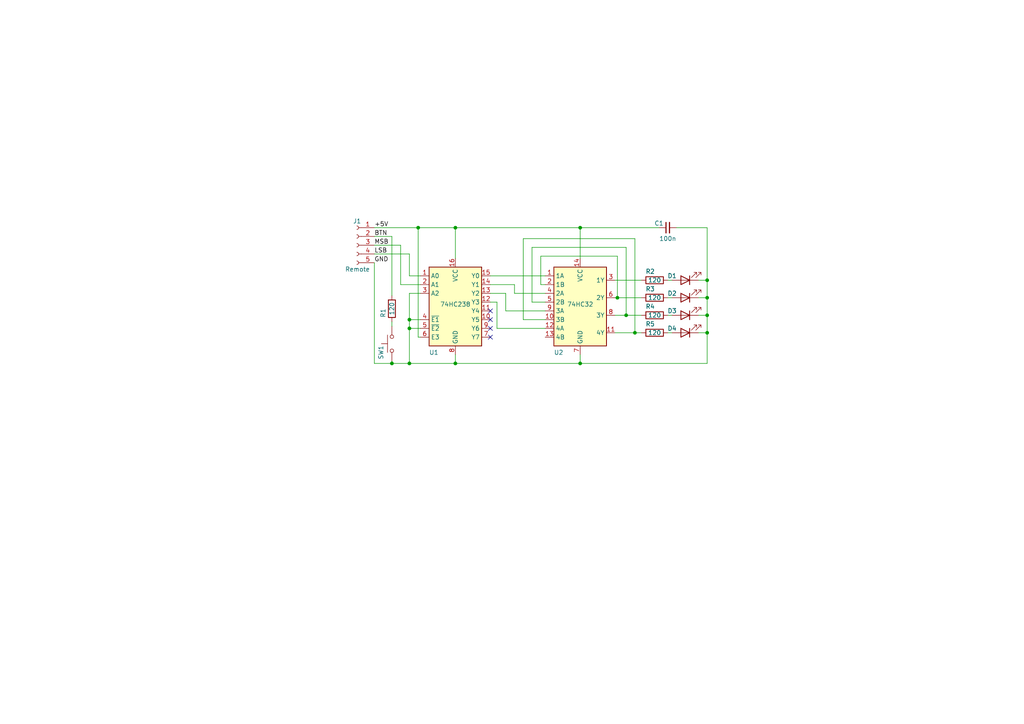
<source format=kicad_sch>
(kicad_sch (version 20211123) (generator eeschema)
  (paper "A4")
  (lib_symbols
    (symbol "74xx:74HC238"
      (property "Reference" "U" (at -7.62 13.97 0))
      (property "Value" "74HC238" (at 2.54 -11.43 0))
      (symbol "74HC238_0_1"
        (rectangle (start -7.62 12.7) (end 7.62 -10.16) (stroke (width 0.254)) (fill (type background)))
      )
      (symbol "74HC238_1_1"
        (pin input line (at -10.16 10.16 0) (length 2.54) (name "A0") (number "1"))
        (pin output line (at 10.16 -2.54 180) (length 2.54) (name "Y5") (number "10"))
        (pin output line (at 10.16 0 180) (length 2.54) (name "Y4") (number "11"))
        (pin output line (at 10.16 2.54 180) (length 2.54) (name "Y3") (number "12"))
        (pin output line (at 10.16 5.08 180) (length 2.54) (name "Y2") (number "13"))
        (pin output line (at 10.16 7.62 180) (length 2.54) (name "Y1") (number "14"))
        (pin output line (at 10.16 10.16 180) (length 2.54) (name "Y0") (number "15"))
        (pin power_in line (at 0 15.24 270) (length 2.54) (name "VCC") (number "16"))
        (pin input line (at -10.16 7.62 0) (length 2.54) (name "A1") (number "2"))
        (pin input line (at -10.16 5.08 0) (length 2.54) (name "A2") (number "3"))
        (pin input line (at -10.16 -2.54 0) (length 2.54) (name "~{E1}") (number "4"))
        (pin input line (at -10.16 -5.08 0) (length 2.54) (name "~{E2}") (number "5"))
        (pin input line (at -10.16 -7.62 0) (length 2.54) (name "E3") (number "6"))
        (pin output line (at 10.16 -7.62 180) (length 2.54) (name "Y7") (number "7"))
        (pin power_in line (at 0 -12.7 90) (length 2.54) (name "GND") (number "8"))
        (pin output line (at 10.16 -5.08 180) (length 2.54) (name "Y6") (number "9"))
      )
    )
    (symbol "AVR-PWM-RTU:74HC32"
      (property "Reference" "U?" (at 2.0194 17.145 0))
      (property "Value" "74HC32" (at 2.0194 14.605 0))
      (symbol "74HC32_0_1"
        (rectangle (start -7.62 -11.43) (end 7.62 11.43) (stroke (width 0.254)) (fill (type background)))
      )
      (symbol "74HC32_1_1"
        (pin input line (at -10.16 8.89 0) (length 2.54) (name "1A") (number "1"))
        (pin input line (at -10.16 -3.81 0) (length 2.54) (name "3B") (number "10"))
        (pin output line (at 10.16 -7.62 180) (length 2.54) (name "4Y") (number "11"))
        (pin input line (at -10.16 -6.35 0) (length 2.54) (name "4A") (number "12"))
        (pin input line (at -10.16 -8.89 0) (length 2.54) (name "4B") (number "13"))
        (pin power_in line (at 0 13.97 270) (length 2.54) (name "VCC") (number "14"))
        (pin input line (at -10.16 6.35 0) (length 2.54) (name "1B") (number "2"))
        (pin output line (at 10.16 7.62 180) (length 2.54) (name "1Y") (number "3"))
        (pin input line (at -10.16 3.81 0) (length 2.54) (name "2A") (number "4"))
        (pin input line (at -10.16 1.27 0) (length 2.54) (name "2B") (number "5"))
        (pin output line (at 10.16 2.54 180) (length 2.54) (name "2Y") (number "6"))
        (pin power_in line (at 0 -13.97 90) (length 2.54) (name "GND") (number "7"))
        (pin output line (at 10.16 -2.54 180) (length 2.54) (name "3Y") (number "8"))
        (pin input line (at -10.16 -1.27 0) (length 2.54) (name "3A") (number "9"))
      )
    )
    (symbol "Connector:Conn_01x05_Female" (pin_names (offset 1.016) hide)
      (property "Reference" "J" (at 0 7.62 0))
      (property "Value" "Conn_01x05_Female" (at 0 -7.62 0))
      (symbol "Conn_01x05_Female_1_1"
        (arc (start 0 -4.572) (mid -0.508 -5.08) (end 0 -5.588) (stroke (width 0.1524)))
        (arc (start 0 -2.032) (mid -0.508 -2.54) (end 0 -3.048) (stroke (width 0.1524)))
        (polyline (pts (xy -1.27 -5.08) (xy -0.508 -5.08)) (stroke (width 0.1524)))
        (polyline (pts (xy -1.27 -2.54) (xy -0.508 -2.54)) (stroke (width 0.1524)))
        (polyline (pts (xy -1.27 0) (xy -0.508 0)) (stroke (width 0.1524)))
        (polyline (pts (xy -1.27 2.54) (xy -0.508 2.54)) (stroke (width 0.1524)))
        (polyline (pts (xy -1.27 5.08) (xy -0.508 5.08)) (stroke (width 0.1524)))
        (arc (start 0 0.508) (mid -0.508 0) (end 0 -0.508) (stroke (width 0.1524)))
        (arc (start 0 3.048) (mid -0.508 2.54) (end 0 2.032) (stroke (width 0.1524)))
        (arc (start 0 5.588) (mid -0.508 5.08) (end 0 4.572) (stroke (width 0.1524)))
        (pin passive line (at -5.08 5.08 0) (length 3.81) (name "Pin_1") (number "1"))
        (pin passive line (at -5.08 2.54 0) (length 3.81) (name "Pin_2") (number "2"))
        (pin passive line (at -5.08 0 0) (length 3.81) (name "Pin_3") (number "3"))
        (pin passive line (at -5.08 -2.54 0) (length 3.81) (name "Pin_4") (number "4"))
        (pin passive line (at -5.08 -5.08 0) (length 3.81) (name "Pin_5") (number "5"))
      )
    )
    (symbol "Device:C_Small" (pin_numbers hide) (pin_names (offset 0.254) hide)
      (property "Reference" "C" (at 0.254 1.778 0))
      (property "Value" "C_Small" (at 0.254 -2.032 0))
      (symbol "C_Small_0_1"
        (polyline (pts (xy -1.524 -0.508) (xy 1.524 -0.508)) (stroke (width 0.3302)))
        (polyline (pts (xy -1.524 0.508) (xy 1.524 0.508)) (stroke (width 0.3048)))
      )
      (symbol "C_Small_1_1"
        (pin passive line (at 0 2.54 270) (length 2.032) (name "~") (number "1"))
        (pin passive line (at 0 -2.54 90) (length 2.032) (name "~") (number "2"))
      )
    )
    (symbol "Device:LED" (pin_numbers hide) (pin_names (offset 1.016) hide)
      (property "Reference" "D" (at 0 2.54 0))
      (property "Value" "LED" (at 0 -2.54 0))
      (symbol "LED_0_1"
        (polyline (pts (xy -1.27 -1.27) (xy -1.27 1.27)) (stroke (width 0.254)))
        (polyline (pts (xy -1.27 0) (xy 1.27 0)))
        (polyline (pts (xy 1.27 -1.27) (xy 1.27 1.27) (xy -1.27 0) (xy 1.27 -1.27)) (stroke (width 0.254)))
        (polyline (pts (xy -3.048 -0.762) (xy -4.572 -2.286) (xy -3.81 -2.286) (xy -4.572 -2.286) (xy -4.572 -1.524)))
        (polyline (pts (xy -1.778 -0.762) (xy -3.302 -2.286) (xy -2.54 -2.286) (xy -3.302 -2.286) (xy -3.302 -1.524)))
      )
      (symbol "LED_1_1"
        (pin passive line (at -3.81 0 0) (length 2.54) (name "K") (number "1"))
        (pin passive line (at 3.81 0 180) (length 2.54) (name "A") (number "2"))
      )
    )
    (symbol "Device:R" (pin_numbers hide) (pin_names (offset 0))
      (property "Reference" "R" (at 2.032 0 90))
      (property "Value" "R" (at 0 0 90))
      (symbol "R_0_1"
        (rectangle (start -1.016 -2.54) (end 1.016 2.54) (stroke (width 0.254)))
      )
      (symbol "R_1_1"
        (pin passive line (at 0 3.81 270) (length 1.27) (name "~") (number "1"))
        (pin passive line (at 0 -3.81 90) (length 1.27) (name "~") (number "2"))
      )
    )
    (symbol "Switch:SW_Push" (pin_numbers hide) (pin_names (offset 1.016) hide)
      (property "Reference" "SW" (at 1.27 2.54 0))
      (property "Value" "SW_Push" (at 0 -1.524 0))
      (symbol "SW_Push_0_1"
        (circle (center -2.032 0) (radius 0.508))
        (polyline (pts (xy 0 1.27) (xy 0 3.048)))
        (polyline (pts (xy 2.54 1.27) (xy -2.54 1.27)))
        (circle (center 2.032 0) (radius 0.508))
        (pin passive line (at -5.08 0 0) (length 2.54) (name "1") (number "1"))
        (pin passive line (at 5.08 0 180) (length 2.54) (name "2") (number "2"))
      )
    )
  )
  (junction (at 205.105 86.36))
  (junction (at 132.08 105.41))
  (junction (at 132.08 66.04))
  (junction (at 113.665 105.41))
  (junction (at 168.275 105.41))
  (junction (at 205.105 91.44))
  (junction (at 205.105 96.52))
  (junction (at 181.61 91.44))
  (junction (at 184.15 96.52))
  (junction (at 121.285 66.04))
  (junction (at 118.745 105.41))
  (junction (at 179.07 86.36))
  (junction (at 118.745 92.71))
  (junction (at 205.105 81.28))
  (junction (at 118.745 95.25))
  (junction (at 168.275 66.04))
  (no_connect (at 142.24 95.25))
  (no_connect (at 142.24 90.17))
  (no_connect (at 142.24 97.79))
  (no_connect (at 142.24 92.71))
  (wire (pts (xy 108.585 76.2) (xy 108.585 105.41)))
  (wire (pts (xy 108.585 73.66) (xy 118.745 73.66)))
  (wire (pts (xy 178.435 96.52) (xy 184.15 96.52)))
  (wire (pts (xy 118.745 95.25) (xy 121.92 95.25)))
  (wire (pts (xy 193.675 91.44) (xy 194.945 91.44)))
  (wire (pts (xy 132.08 102.87) (xy 132.08 105.41)))
  (wire (pts (xy 178.435 91.44) (xy 181.61 91.44)))
  (wire (pts (xy 158.115 82.55) (xy 156.845 82.55)))
  (wire (pts (xy 179.07 86.36) (xy 186.055 86.36)))
  (wire (pts (xy 113.665 68.58) (xy 113.665 85.725)))
  (wire (pts (xy 144.145 87.63) (xy 144.145 95.25)))
  (wire (pts (xy 178.435 81.28) (xy 186.055 81.28)))
  (wire (pts (xy 113.665 93.345) (xy 113.665 94.615)))
  (wire (pts (xy 202.565 86.36) (xy 205.105 86.36)))
  (wire (pts (xy 121.285 66.04) (xy 132.08 66.04)))
  (wire (pts (xy 181.61 91.44) (xy 181.61 71.755)))
  (wire (pts (xy 108.585 105.41) (xy 113.665 105.41)))
  (wire (pts (xy 179.07 74.295) (xy 179.07 86.36)))
  (wire (pts (xy 205.105 96.52) (xy 205.105 91.44)))
  (wire (pts (xy 118.745 95.25) (xy 118.745 105.41)))
  (wire (pts (xy 191.135 66.04) (xy 168.275 66.04)))
  (wire (pts (xy 156.845 74.295) (xy 179.07 74.295)))
  (wire (pts (xy 113.665 68.58) (xy 108.585 68.58)))
  (wire (pts (xy 205.105 86.36) (xy 205.105 91.44)))
  (wire (pts (xy 118.745 73.66) (xy 118.745 80.01)))
  (wire (pts (xy 168.275 102.87) (xy 168.275 105.41)))
  (wire (pts (xy 142.24 87.63) (xy 144.145 87.63)))
  (wire (pts (xy 149.225 82.55) (xy 149.225 85.09)))
  (wire (pts (xy 202.565 96.52) (xy 205.105 96.52)))
  (wire (pts (xy 132.08 66.04) (xy 168.275 66.04)))
  (wire (pts (xy 154.305 71.755) (xy 154.305 87.63)))
  (wire (pts (xy 156.845 82.55) (xy 156.845 74.295)))
  (wire (pts (xy 121.285 97.79) (xy 121.92 97.79)))
  (wire (pts (xy 142.24 85.09) (xy 146.685 85.09)))
  (wire (pts (xy 132.08 66.04) (xy 132.08 74.93)))
  (wire (pts (xy 184.15 96.52) (xy 186.055 96.52)))
  (wire (pts (xy 181.61 71.755) (xy 154.305 71.755)))
  (wire (pts (xy 144.145 95.25) (xy 158.115 95.25)))
  (wire (pts (xy 205.105 66.04) (xy 205.105 81.28)))
  (wire (pts (xy 184.15 96.52) (xy 184.15 69.215)))
  (wire (pts (xy 116.205 71.12) (xy 116.205 82.55)))
  (wire (pts (xy 181.61 91.44) (xy 186.055 91.44)))
  (wire (pts (xy 108.585 66.04) (xy 121.285 66.04)))
  (wire (pts (xy 121.285 66.04) (xy 121.285 97.79)))
  (wire (pts (xy 205.105 96.52) (xy 205.105 105.41)))
  (wire (pts (xy 118.745 85.09) (xy 118.745 92.71)))
  (wire (pts (xy 132.08 105.41) (xy 168.275 105.41)))
  (wire (pts (xy 205.105 81.28) (xy 205.105 86.36)))
  (wire (pts (xy 118.745 92.71) (xy 118.745 95.25)))
  (wire (pts (xy 149.225 85.09) (xy 158.115 85.09)))
  (wire (pts (xy 193.675 81.28) (xy 194.945 81.28)))
  (wire (pts (xy 202.565 81.28) (xy 205.105 81.28)))
  (wire (pts (xy 151.765 69.215) (xy 151.765 92.71)))
  (wire (pts (xy 205.105 91.44) (xy 202.565 91.44)))
  (wire (pts (xy 142.24 82.55) (xy 149.225 82.55)))
  (wire (pts (xy 151.765 92.71) (xy 158.115 92.71)))
  (wire (pts (xy 193.675 86.36) (xy 194.945 86.36)))
  (wire (pts (xy 118.745 80.01) (xy 121.92 80.01)))
  (wire (pts (xy 108.585 71.12) (xy 116.205 71.12)))
  (wire (pts (xy 178.435 86.36) (xy 179.07 86.36)))
  (wire (pts (xy 184.15 69.215) (xy 151.765 69.215)))
  (wire (pts (xy 146.685 90.17) (xy 158.115 90.17)))
  (wire (pts (xy 113.665 104.775) (xy 113.665 105.41)))
  (wire (pts (xy 168.275 66.04) (xy 168.275 74.93)))
  (wire (pts (xy 118.745 85.09) (xy 121.92 85.09)))
  (wire (pts (xy 113.665 105.41) (xy 118.745 105.41)))
  (wire (pts (xy 118.745 92.71) (xy 121.92 92.71)))
  (wire (pts (xy 146.685 85.09) (xy 146.685 90.17)))
  (wire (pts (xy 142.24 80.01) (xy 158.115 80.01)))
  (wire (pts (xy 154.305 87.63) (xy 158.115 87.63)))
  (wire (pts (xy 116.205 82.55) (xy 121.92 82.55)))
  (wire (pts (xy 196.215 66.04) (xy 205.105 66.04)))
  (wire (pts (xy 118.745 105.41) (xy 132.08 105.41)))
  (wire (pts (xy 168.275 105.41) (xy 205.105 105.41)))
  (wire (pts (xy 193.675 96.52) (xy 194.945 96.52)))
  (label "GND" (at 108.585 76.2 0))
  (label "MSB" (at 108.585 71.12 0))
  (label "BTN" (at 108.585 68.58 0))
  (label "LSB" (at 108.585 73.66 0))
  (label "+5V" (at 108.585 66.04 0))
  (symbol (lib_id "AVR-PWM-RTU:74HC32") (at 168.275 88.9 0) (unit 1)
    (property "Reference" "U2" (at 160.655 102.235 0) (effects (justify left)))
    (property "Value" "74HC32" (at 164.465 88.265 0) (effects (justify left)))
    (property "Footprint" "Package_SO:SOIC-14_3.9x8.7mm_P1.27mm" (effects hide))
  )
  (symbol (lib_id "Device:LED") (at 198.755 86.36 180) (unit 1)
    (property "Reference" "D2" (at 194.945 85.09 0))
    (property "Value" "LED" (effects hide))
    (property "Footprint" "LED_THT:LED_D3.0mm" (effects hide))
  )
  (symbol (lib_id "Device:R") (at 113.665 89.535 180) (unit 1)
    (property "Reference" "R1" (at 111.125 90.805 90))
    (property "Value" "120" (at 113.665 89.535 90))
    (property "Footprint" "Resistor_SMD:R_0805_2012Metric" (effects hide))
  )
  (symbol (lib_id "Device:R") (at 189.865 81.28 90) (unit 1)
    (property "Reference" "R2" (at 188.595 78.74 90))
    (property "Value" "120" (at 189.865 81.28 90))
    (property "Footprint" "Resistor_SMD:R_0805_2012Metric" (effects hide))
  )
  (symbol (lib_id "Device:R") (at 189.865 86.36 90) (unit 1)
    (property "Reference" "R3" (at 188.595 83.82 90))
    (property "Value" "120" (at 189.865 86.36 90))
    (property "Footprint" "Resistor_SMD:R_0805_2012Metric" (effects hide))
  )
  (symbol (lib_id "74xx:74HC238") (at 132.08 90.17 0) (unit 1)
    (property "Reference" "U1" (at 124.46 102.235 0) (effects (justify left)))
    (property "Value" "74HC238" (at 127.635 88.265 0) (effects (justify left)))
    (property "Footprint" "Package_SO:SOIC-16_3.9x9.9mm_P1.27mm" (effects hide))
    (property "Datasheet" "https://www.ti.com/lit/ds/symlink/cd74hc238.pdf" (effects hide))
  )
  (symbol (lib_id "Device:LED") (at 198.755 91.44 180) (unit 1)
    (property "Reference" "D3" (at 194.945 90.17 0))
    (property "Value" "LED" (effects hide))
    (property "Footprint" "LED_THT:LED_D3.0mm" (effects hide))
  )
  (symbol (lib_id "Switch:SW_Push") (at 113.665 99.695 90) (unit 1)
    (property "Reference" "SW1" (at 110.49 102.235 0))
    (property "Value" "E-Switch PB300" (effects hide))
    (property "Footprint" "AVR-PWM-RTU:E-Switch PB300" (effects hide))
  )
  (symbol (lib_id "Connector:Conn_01x05_Female") (at 103.505 71.12 0) (mirror y) (unit 1)
    (property "Reference" "J1" (at 104.775 64.135 0) (effects (justify left)))
    (property "Value" "Remote" (at 107.315 78.105 0) (effects (justify left)))
    (property "Footprint" "TerminalBlock_Phoenix:TerminalBlock_Phoenix_PT-1,5-5-3.5-H_1x05_P3.50mm_Horizontal" (effects hide))
  )
  (symbol (lib_id "Device:LED") (at 198.755 81.28 180) (unit 1)
    (property "Reference" "D1" (at 194.945 80.01 0))
    (property "Value" "LED" (effects hide))
    (property "Footprint" "LED_THT:LED_D3.0mm" (effects hide))
  )
  (symbol (lib_id "Device:R") (at 189.865 96.52 90) (unit 1)
    (property "Reference" "R5" (at 188.595 93.98 90))
    (property "Value" "120" (at 189.865 96.52 90))
    (property "Footprint" "Resistor_SMD:R_0805_2012Metric" (effects hide))
  )
  (symbol (lib_id "Device:C_Small") (at 193.675 66.04 90) (unit 1)
    (property "Reference" "C1" (at 191.135 64.77 90))
    (property "Value" "100n" (at 193.675 69.215 90))
    (property "Footprint" "Capacitor_SMD:C_0805_2012Metric" (effects hide))
  )
  (symbol (lib_id "Device:LED") (at 198.755 96.52 180) (unit 1)
    (property "Reference" "D4" (at 194.945 95.25 0))
    (property "Value" "LED" (effects hide))
    (property "Footprint" "LED_THT:LED_D3.0mm" (effects hide))
  )
  (symbol (lib_id "Device:R") (at 189.865 91.44 90) (unit 1)
    (property "Reference" "R4" (at 188.595 88.9 90))
    (property "Value" "120" (at 189.865 91.44 90))
    (property "Footprint" "Resistor_SMD:R_0805_2012Metric" (effects hide))
  )
)
</source>
